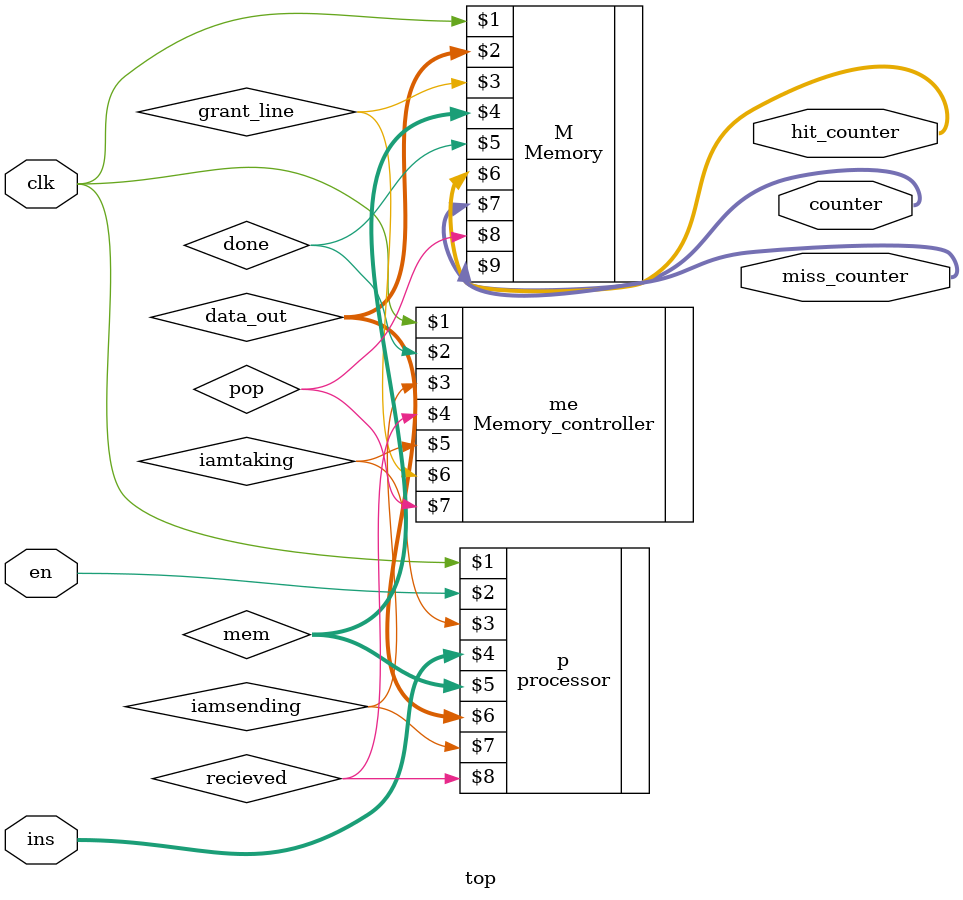
<source format=v>
`timescale 1ns / 1ps


module top(
input clk,input [31:0] ins,input en,output [12:0] hit_counter,output [20:0] counter,output [12:0] miss_counter
    );
    
    wire grant_line; 
    wire iamtaking;
    wire [31:0] mem;
    wire [31:0] data_out;
//    wire [31:0] data_out1;
    wire iamsending;
    wire recieved;
    wire done;
    wire pop;
    Memory_controller me(clk,done,iamsending,recieved,iamtaking,grant_line,pop);
    processor p(clk,en,iamtaking,ins,mem,data_out,iamsending,recieved);
    Memory M(clk,data_out,grant_line,mem,done,hit_counter,counter,pop,miss_counter);
endmodule
</source>
